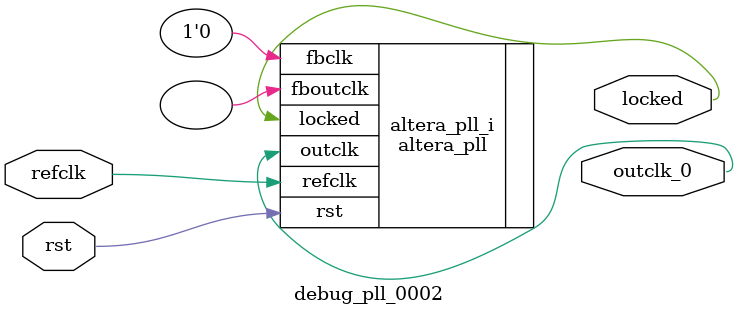
<source format=v>
`timescale 1ns/10ps
module  debug_pll_0002(

	// interface 'refclk'
	input wire refclk,

	// interface 'reset'
	input wire rst,

	// interface 'outclk0'
	output wire outclk_0,

	// interface 'locked'
	output wire locked
);

	altera_pll #(
		.fractional_vco_multiplier("false"),
		.reference_clock_frequency("50.0 MHz"),
		.operation_mode("normal"),
		.number_of_clocks(1),
		.output_clock_frequency0("200.000000 MHz"),
		.phase_shift0("0 ps"),
		.duty_cycle0(50),
		.output_clock_frequency1("0 MHz"),
		.phase_shift1("0 ps"),
		.duty_cycle1(50),
		.output_clock_frequency2("0 MHz"),
		.phase_shift2("0 ps"),
		.duty_cycle2(50),
		.output_clock_frequency3("0 MHz"),
		.phase_shift3("0 ps"),
		.duty_cycle3(50),
		.output_clock_frequency4("0 MHz"),
		.phase_shift4("0 ps"),
		.duty_cycle4(50),
		.output_clock_frequency5("0 MHz"),
		.phase_shift5("0 ps"),
		.duty_cycle5(50),
		.output_clock_frequency6("0 MHz"),
		.phase_shift6("0 ps"),
		.duty_cycle6(50),
		.output_clock_frequency7("0 MHz"),
		.phase_shift7("0 ps"),
		.duty_cycle7(50),
		.output_clock_frequency8("0 MHz"),
		.phase_shift8("0 ps"),
		.duty_cycle8(50),
		.output_clock_frequency9("0 MHz"),
		.phase_shift9("0 ps"),
		.duty_cycle9(50),
		.output_clock_frequency10("0 MHz"),
		.phase_shift10("0 ps"),
		.duty_cycle10(50),
		.output_clock_frequency11("0 MHz"),
		.phase_shift11("0 ps"),
		.duty_cycle11(50),
		.output_clock_frequency12("0 MHz"),
		.phase_shift12("0 ps"),
		.duty_cycle12(50),
		.output_clock_frequency13("0 MHz"),
		.phase_shift13("0 ps"),
		.duty_cycle13(50),
		.output_clock_frequency14("0 MHz"),
		.phase_shift14("0 ps"),
		.duty_cycle14(50),
		.output_clock_frequency15("0 MHz"),
		.phase_shift15("0 ps"),
		.duty_cycle15(50),
		.output_clock_frequency16("0 MHz"),
		.phase_shift16("0 ps"),
		.duty_cycle16(50),
		.output_clock_frequency17("0 MHz"),
		.phase_shift17("0 ps"),
		.duty_cycle17(50),
		.pll_type("General"),
		.pll_subtype("General")
	) altera_pll_i (
		.rst	(rst),
		.outclk	({outclk_0}),
		.locked	(locked),
		.fboutclk	( ),
		.fbclk	(1'b0),
		.refclk	(refclk)
	);
endmodule


</source>
